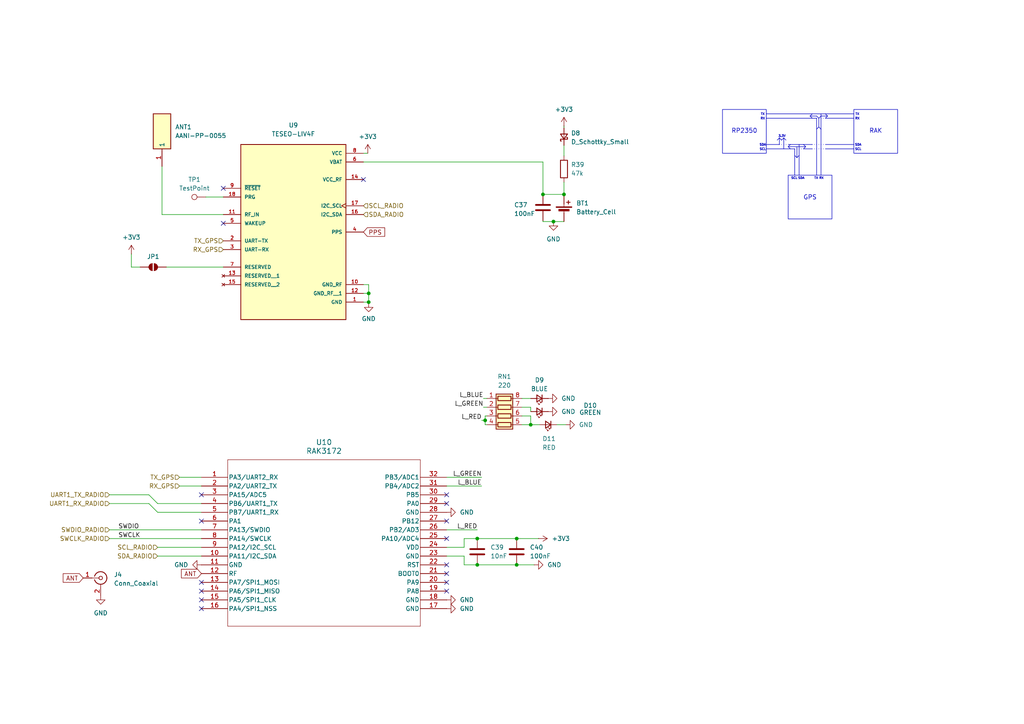
<source format=kicad_sch>
(kicad_sch (version 20250114) (generator "eeschema") (generator_version "9.0")
  (paper "A4")
  (lib_symbols
    (symbol "AANI-PP-0055:AANI-PP-0055"
      (property "Reference" "ANT" (at 16.51 7.62 0))
      (property "Value" "AANI-PP-0055" (at 16.51 5.08 0))
      (symbol "AANI-PP-0055_1_1"
        (rectangle (start 5.08 2.54) (end 15.24 -2.54) (stroke (width 0.254)) (fill (type background)))
        (pin passive line (at 0 0 0) (length 5.08) (name "1") (number "1"))
      )
    )
    (symbol "Connector:Conn_Coaxial" (pin_names (offset 1.016) (hide yes))
      (property "Reference" "J" (at 0.254 3.048 0))
      (property "Value" "Conn_Coaxial" (at 2.921 0 90))
      (symbol "Conn_Coaxial_0_1"
        (polyline (pts (xy -2.54 0) (xy -0.508 0)))
        (arc (start 1.778 0) (mid 0.222 -1.8079) (end -1.778 -0.508) (stroke (width 0.254)))
        (arc (start -1.778 0.508) (mid 0.2221 1.8084) (end 1.778 0) (stroke (width 0.254)))
        (circle (center 0 0) (radius 0.508) (stroke (width 0.2032)))
        (polyline (pts (xy 0 -2.54) (xy 0 -1.778)))
      )
      (symbol "Conn_Coaxial_1_1"
        (pin passive line (at -5.08 0 0) (length 2.54) (name "In") (number "1"))
        (pin passive line (at 0 -5.08 90) (length 2.54) (name "Ext") (number "2"))
      )
    )
    (symbol "Connector:TestPoint" (pin_numbers (hide yes)) (pin_names (offset 0.762) (hide yes))
      (property "Reference" "TP" (at 0 6.858 0))
      (property "Value" "TestPoint" (at 0 5.08 0))
      (symbol "TestPoint_0_1"
        (circle (center 0 3.302) (radius 0.762))
      )
      (symbol "TestPoint_1_1"
        (pin passive line (at 0 0 90) (length 2.54) (name "1") (number "1"))
      )
    )
    (symbol "Device:Battery_Cell" (pin_numbers (hide yes)) (pin_names (offset 0) (hide yes))
      (property "Reference" "BT" (at 2.54 2.54 0))
      (property "Value" "Battery_Cell" (at 2.54 0 0))
      (symbol "Battery_Cell_0_1"
        (rectangle (start -2.286 1.778) (end 2.286 1.524) (fill (type outline)))
        (rectangle (start -1.524 1.016) (end 1.524 0.508) (fill (type outline)))
        (polyline (pts (xy 0 1.778) (xy 0 2.54)))
        (polyline (pts (xy 0 0.762) (xy 0 0)))
        (polyline (pts (xy 0.762 3.048) (xy 1.778 3.048)) (stroke (width 0.254)))
        (polyline (pts (xy 1.27 3.556) (xy 1.27 2.54)) (stroke (width 0.254)))
      )
      (symbol "Battery_Cell_1_1"
        (pin passive line (at 0 5.08 270) (length 2.54) (name "+") (number "1"))
        (pin passive line (at 0 -2.54 90) (length 2.54) (name "-") (number "2"))
      )
    )
    (symbol "Device:C" (pin_numbers (hide yes)) (pin_names (offset 0.254))
      (property "Reference" "C" (at 0.635 2.54 0))
      (property "Value" "C" (at 0.635 -2.54 0))
      (symbol "C_0_1"
        (polyline (pts (xy -2.032 0.762) (xy 2.032 0.762)) (stroke (width 0.508)))
        (polyline (pts (xy -2.032 -0.762) (xy 2.032 -0.762)) (stroke (width 0.508)))
      )
      (symbol "C_1_1"
        (pin passive line (at 0 3.81 270) (length 2.794) (name "~") (number "1"))
        (pin passive line (at 0 -3.81 90) (length 2.794) (name "~") (number "2"))
      )
    )
    (symbol "Device:D_Schottky_Small" (pin_numbers (hide yes)) (pin_names (offset 0.254) (hide yes))
      (property "Reference" "D" (at -1.27 2.032 0))
      (property "Value" "D_Schottky_Small" (at -7.112 -2.032 0))
      (symbol "D_Schottky_Small_0_1"
        (polyline (pts (xy -1.27 0.762) (xy -1.27 1.016) (xy -0.762 1.016) (xy -0.762 -1.016) (xy -0.254 -1.016) (xy -0.254 -0.762)) (stroke (width 0.254)))
        (polyline (pts (xy -0.762 0) (xy 0.762 0)))
        (polyline (pts (xy 0.762 -1.016) (xy -0.762 0) (xy 0.762 1.016) (xy 0.762 -1.016)) (stroke (width 0.254)))
      )
      (symbol "D_Schottky_Small_1_1"
        (pin passive line (at -2.54 0 0) (length 1.778) (name "K") (number "1"))
        (pin passive line (at 2.54 0 180) (length 1.778) (name "A") (number "2"))
      )
    )
    (symbol "Device:LED_Small" (pin_numbers (hide yes)) (pin_names (offset 0.254) (hide yes))
      (property "Reference" "D" (at -1.27 3.175 0))
      (property "Value" "LED_Small" (at -4.445 -2.54 0))
      (symbol "LED_Small_0_1"
        (polyline (pts (xy -0.762 -1.016) (xy -0.762 1.016)) (stroke (width 0.254)))
        (polyline (pts (xy 0 0.762) (xy -0.508 1.27) (xy -0.254 1.27) (xy -0.508 1.27) (xy -0.508 1.016)))
        (polyline (pts (xy 0.508 1.27) (xy 0 1.778) (xy 0.254 1.778) (xy 0 1.778) (xy 0 1.524)))
        (polyline (pts (xy 0.762 -1.016) (xy -0.762 0) (xy 0.762 1.016) (xy 0.762 -1.016)) (stroke (width 0.254)))
        (polyline (pts (xy 1.016 0) (xy -0.762 0)))
      )
      (symbol "LED_Small_1_1"
        (pin passive line (at -2.54 0 0) (length 1.778) (name "K") (number "1"))
        (pin passive line (at 2.54 0 180) (length 1.778) (name "A") (number "2"))
      )
    )
    (symbol "Device:R" (pin_numbers (hide yes)) (pin_names (offset 0))
      (property "Reference" "R" (at 2.032 0 90))
      (property "Value" "R" (at 0 0 90))
      (symbol "R_0_1"
        (rectangle (start -1.016 -2.54) (end 1.016 2.54) (stroke (width 0.254)))
      )
      (symbol "R_1_1"
        (pin passive line (at 0 3.81 270) (length 1.27) (name "~") (number "1"))
        (pin passive line (at 0 -3.81 90) (length 1.27) (name "~") (number "2"))
      )
    )
    (symbol "Device:R_Pack04" (pin_names (offset 0) (hide yes))
      (property "Reference" "RN" (at -7.62 0 90))
      (property "Value" "R_Pack04" (at 5.08 0 90))
      (symbol "R_Pack04_0_1"
        (rectangle (start -6.35 -2.413) (end 3.81 2.413) (stroke (width 0.254)) (fill (type background)))
        (rectangle (start -5.715 1.905) (end -4.445 -1.905) (stroke (width 0.254)))
        (polyline (pts (xy -5.08 1.905) (xy -5.08 2.54)))
        (polyline (pts (xy -5.08 -2.54) (xy -5.08 -1.905)))
        (rectangle (start -3.175 1.905) (end -1.905 -1.905) (stroke (width 0.254)))
        (polyline (pts (xy -2.54 1.905) (xy -2.54 2.54)))
        (polyline (pts (xy -2.54 -2.54) (xy -2.54 -1.905)))
        (rectangle (start -0.635 1.905) (end 0.635 -1.905) (stroke (width 0.254)))
        (polyline (pts (xy 0 1.905) (xy 0 2.54)))
        (polyline (pts (xy 0 -2.54) (xy 0 -1.905)))
        (rectangle (start 1.905 1.905) (end 3.175 -1.905) (stroke (width 0.254)))
        (polyline (pts (xy 2.54 1.905) (xy 2.54 2.54)))
        (polyline (pts (xy 2.54 -2.54) (xy 2.54 -1.905)))
      )
      (symbol "R_Pack04_1_1"
        (pin passive line (at -5.08 5.08 270) (length 2.54) (name "R1.2") (number "8"))
        (pin passive line (at -5.08 -5.08 90) (length 2.54) (name "R1.1") (number "1"))
        (pin passive line (at -2.54 5.08 270) (length 2.54) (name "R2.2") (number "7"))
        (pin passive line (at -2.54 -5.08 90) (length 2.54) (name "R2.1") (number "2"))
        (pin passive line (at 0 5.08 270) (length 2.54) (name "R3.2") (number "6"))
        (pin passive line (at 0 -5.08 90) (length 2.54) (name "R3.1") (number "3"))
        (pin passive line (at 2.54 5.08 270) (length 2.54) (name "R4.2") (number "5"))
        (pin passive line (at 2.54 -5.08 90) (length 2.54) (name "R4.1") (number "4"))
      )
    )
    (symbol "Jumper:SolderJumper_2_Open" (pin_numbers (hide yes)) (pin_names (offset 0) (hide yes)) (in_bom no)
      (property "Reference" "JP" (at 0 2.032 0))
      (property "Value" "SolderJumper_2_Open" (at 0 -2.54 0))
      (symbol "SolderJumper_2_Open_0_1"
        (polyline (pts (xy -0.254 1.016) (xy -0.254 -1.016)))
        (arc (start -0.254 -1.016) (mid -1.2656 0) (end -0.254 1.016))
        (arc (start -0.254 -1.016) (mid -1.2656 0) (end -0.254 1.016) (fill (type outline)))
        (arc (start 0.254 1.016) (mid 1.2656 0) (end 0.254 -1.016))
        (arc (start 0.254 1.016) (mid 1.2656 0) (end 0.254 -1.016) (fill (type outline)))
        (polyline (pts (xy 0.254 1.016) (xy 0.254 -1.016)))
      )
      (symbol "SolderJumper_2_Open_1_1"
        (pin passive line (at -3.81 0 0) (length 2.54) (name "A") (number "1"))
        (pin passive line (at 3.81 0 180) (length 2.54) (name "B") (number "2"))
      )
    )
    (symbol "TESEO-LIV4F:TESEO-LIV4F" (pin_names (offset 1.016))
      (property "Reference" "U" (at -15.24 22.86 0))
      (property "Value" "TESEO-LIV4F" (at -15.24 -30.48 0))
      (symbol "TESEO-LIV4F_0_0"
        (rectangle (start -15.24 -27.94) (end 15.24 22.86) (stroke (width 0.254)) (fill (type background)))
        (pin input line (at -20.32 10.16 0) (length 5.08) (name "~{RESET}") (number "9"))
        (pin input line (at -20.32 7.62 0) (length 5.08) (name "PRG") (number "18"))
        (pin input line (at -20.32 2.54 0) (length 5.08) (name "RF_IN") (number "11"))
        (pin input line (at -20.32 0 0) (length 5.08) (name "WAKEUP") (number "5"))
        (pin output line (at -20.32 -5.08 0) (length 5.08) (name "UART-TX") (number "2"))
        (pin input line (at -20.32 -7.62 0) (length 5.08) (name "UART-RX") (number "3"))
        (pin no_connect line (at -20.32 -15.24 0) (length 5.08) (name "RESERVED__1") (number "13"))
        (pin no_connect line (at -20.32 -17.78 0) (length 5.08) (name "RESERVED__2") (number "15"))
        (pin power_in line (at 20.32 20.32 180) (length 5.08) (name "VCC") (number "8"))
        (pin power_in line (at 20.32 17.78 180) (length 5.08) (name "VBAT") (number "6"))
        (pin power_in line (at 20.32 12.7 180) (length 5.08) (name "VCC_RF") (number "14"))
        (pin bidirectional clock (at 20.32 5.08 180) (length 5.08) (name "I2C_SCL") (number "17"))
        (pin bidirectional line (at 20.32 2.54 180) (length 5.08) (name "I2C_SDA") (number "16"))
        (pin output line (at 20.32 -2.54 180) (length 5.08) (name "PPS") (number "4"))
        (pin power_in line (at 20.32 -17.78 180) (length 5.08) (name "GND_RF") (number "10"))
        (pin power_in line (at 20.32 -20.32 180) (length 5.08) (name "GND_RF__1") (number "12"))
        (pin power_in line (at 20.32 -22.86 180) (length 5.08) (name "GND") (number "1"))
      )
      (symbol "TESEO-LIV4F_1_0"
        (pin input line (at -20.32 -12.7 0) (length 5.08) (name "RESERVED") (number "7"))
      )
    )
    (symbol "power:+3V3" (power) (pin_numbers (hide yes)) (pin_names (offset 0) (hide yes))
      (property "Value" "+3V3" (at 0 3.556 0))
      (symbol "+3V3_0_1"
        (polyline (pts (xy -0.762 1.27) (xy 0 2.54)))
        (polyline (pts (xy 0 2.54) (xy 0.762 1.27)))
        (polyline (pts (xy 0 0) (xy 0 2.54)))
      )
      (symbol "+3V3_1_1"
        (pin power_in line (at 0 0 90) (length 0) (name "~") (number "1"))
      )
    )
    (symbol "power:GND" (power) (pin_numbers (hide yes)) (pin_names (offset 0) (hide yes))
      (property "Value" "GND" (at 0 -3.81 0))
      (symbol "GND_0_1"
        (polyline (pts (xy 0 0) (xy 0 -1.27) (xy 1.27 -1.27) (xy 0 -2.54) (xy -1.27 -1.27) (xy 0 -1.27)))
      )
      (symbol "GND_1_1"
        (pin power_in line (at 0 0 270) (length 0) (name "~") (number "1"))
      )
    )
    (symbol "ul_RAK3172:RAK3172" (pin_names (offset 0.254))
      (property "Reference" "U" (at 35.56 10.16 0))
      (property "Value" "RAK3172" (at 35.56 7.62 0))
      (symbol "RAK3172_0_1"
        (polyline (pts (xy 7.62 5.08) (xy 7.62 -43.18)) (stroke (width 0.127)))
        (polyline (pts (xy 7.62 -43.18) (xy 63.5 -43.18)) (stroke (width 0.127)))
        (polyline (pts (xy 63.5 5.08) (xy 7.62 5.08)) (stroke (width 0.127)))
        (polyline (pts (xy 63.5 -43.18) (xy 63.5 5.08)) (stroke (width 0.127)))
        (pin bidirectional line (at 0 0 0) (length 7.62) (name "PA3/UART2_RX") (number "1"))
        (pin bidirectional line (at 0 -2.54 0) (length 7.62) (name "PA2/UART2_TX") (number "2"))
        (pin bidirectional line (at 0 -5.08 0) (length 7.62) (name "PA15/ADC5") (number "3"))
        (pin bidirectional line (at 0 -7.62 0) (length 7.62) (name "PB6/UART1_TX") (number "4"))
        (pin bidirectional line (at 0 -10.16 0) (length 7.62) (name "PB7/UART1_RX") (number "5"))
        (pin bidirectional line (at 0 -12.7 0) (length 7.62) (name "PA1") (number "6"))
        (pin bidirectional line (at 0 -15.24 0) (length 7.62) (name "PA13/SWDIO") (number "7"))
        (pin bidirectional line (at 0 -17.78 0) (length 7.62) (name "PA14/SWCLK") (number "8"))
        (pin bidirectional line (at 0 -20.32 0) (length 7.62) (name "PA12/I2C_SCL") (number "9"))
        (pin bidirectional line (at 0 -22.86 0) (length 7.62) (name "PA11/I2C_SDA") (number "10"))
        (pin power_out line (at 0 -25.4 0) (length 7.62) (name "GND") (number "11"))
        (pin unspecified line (at 0 -27.94 0) (length 7.62) (name "RF") (number "12"))
        (pin bidirectional line (at 0 -30.48 0) (length 7.62) (name "PA7/SPI1_MOSI") (number "13"))
        (pin bidirectional line (at 0 -33.02 0) (length 7.62) (name "PA6/SPI1_MISO") (number "14"))
        (pin bidirectional line (at 0 -35.56 0) (length 7.62) (name "PA5/SPI1_CLK") (number "15"))
        (pin bidirectional line (at 0 -38.1 0) (length 7.62) (name "PA4/SPI1_NSS") (number "16"))
        (pin bidirectional line (at 71.12 0 180) (length 7.62) (name "PB3/ADC1") (number "32"))
        (pin bidirectional line (at 71.12 -2.54 180) (length 7.62) (name "PB4/ADC2") (number "31"))
        (pin bidirectional line (at 71.12 -5.08 180) (length 7.62) (name "PB5") (number "30"))
        (pin bidirectional line (at 71.12 -7.62 180) (length 7.62) (name "PA0") (number "29"))
        (pin power_out line (at 71.12 -10.16 180) (length 7.62) (name "GND") (number "28"))
        (pin bidirectional line (at 71.12 -12.7 180) (length 7.62) (name "PB12") (number "27"))
        (pin bidirectional line (at 71.12 -15.24 180) (length 7.62) (name "PB2/AD3") (number "26"))
        (pin bidirectional line (at 71.12 -17.78 180) (length 7.62) (name "PA10/ADC4") (number "25"))
        (pin power_in line (at 71.12 -20.32 180) (length 7.62) (name "VDD") (number "24"))
        (pin power_out line (at 71.12 -22.86 180) (length 7.62) (name "GND") (number "23"))
        (pin unspecified line (at 71.12 -25.4 180) (length 7.62) (name "RST") (number "22"))
        (pin unspecified line (at 71.12 -27.94 180) (length 7.62) (name "BOOT0") (number "21"))
        (pin bidirectional line (at 71.12 -30.48 180) (length 7.62) (name "PA9") (number "20"))
        (pin bidirectional line (at 71.12 -33.02 180) (length 7.62) (name "PA8") (number "19"))
        (pin power_out line (at 71.12 -35.56 180) (length 7.62) (name "GND") (number "18"))
        (pin power_out line (at 71.12 -38.1 180) (length 7.62) (name "GND") (number "17"))
      )
    )
  )
  (rectangle (start 209.55 31.75) (end 222.25 44.45))
  (rectangle (start 247.65 31.75) (end 260.35 44.45))
  (rectangle (start 228.6 50.8) (end 241.3 63.5))
  (text "TX" (at 221.234 33.274 0) (effects (font (size 0.635 0.635))))
  (text "TX" (at 248.666 33.274 0) (effects (font (size 0.635 0.635))))
  (text "GPS" (at 234.95 57.404 0) (effects (font (size 1.27 1.27))))
  (text "SDA" (at 221.234 42.164 0) (effects (font (size 0.635 0.635))))
  (text "3.3V" (at 226.822 39.624 0) (effects (font (size 0.635 0.635))))
  (text "SDA" (at 232.41 51.816 0) (effects (font (size 0.635 0.635))))
  (text "RX" (at 238.252 51.816 0) (effects (font (size 0.635 0.635))))
  (text "SCL" (at 248.92 43.434 0) (effects (font (size 0.635 0.635))))
  (text "RX" (at 248.666 34.544 0) (effects (font (size 0.635 0.635))))
  (text "RAK" (at 254 38.1 0) (effects (font (size 1.27 1.27))))
  (text "SDA" (at 248.92 42.164 0) (effects (font (size 0.635 0.635))))
  (text "TX" (at 236.728 51.816 0) (effects (font (size 0.635 0.635))))
  (text "RX" (at 221.234 34.544 0) (effects (font (size 0.635 0.635))))
  (text "SCL" (at 230.378 51.816 0) (effects (font (size 0.635 0.635))))
  (text "RP2350" (at 215.9 38.1 0) (effects (font (size 1.27 1.27))))
  (text "SCL" (at 221.234 43.434 0) (effects (font (size 0.635 0.635))))
  (junction (at 153.924 123.19))
  (junction (at 138.43 163.83))
  (junction (at 149.86 163.83))
  (junction (at 138.43 156.21))
  (junction (at 140.716 121.92))
  (junction (at 106.934 87.63))
  (junction (at 149.86 156.21))
  (junction (at 157.48 56.388))
  (junction (at 106.934 85.09))
  (junction (at 163.576 56.388))
  (junction (at 160.528 64.262))
  (no_connect (at 129.54 168.91))
  (no_connect (at 58.42 176.53))
  (no_connect (at 129.54 156.21))
  (no_connect (at 64.77 54.61))
  (no_connect (at 129.54 171.45))
  (no_connect (at 129.54 151.13))
  (no_connect (at 129.54 143.51))
  (no_connect (at 58.42 173.99))
  (no_connect (at 129.54 163.83))
  (no_connect (at 58.42 171.45))
  (no_connect (at 58.42 151.13))
  (no_connect (at 129.54 166.37))
  (no_connect (at 64.77 64.77))
  (no_connect (at 105.41 52.07))
  (no_connect (at 58.42 143.51))
  (no_connect (at 129.54 146.05))
  (no_connect (at 58.42 168.91))
  (polyline (pts (xy 226.06 41.91) (xy 228.6 41.91)) (stroke (width 0) (type dot)))
  (polyline (pts (xy 227.965 40.64) (xy 227.33 40.005)))
  (polyline (pts (xy 239.395 34.29) (xy 240.03 33.655)) (stroke (width 0) (type solid) (color 0 0 194 1)))
  (polyline (pts (xy 233.045 43.18) (xy 233.68 42.545)) (stroke (width 0) (type solid) (color 0 0 194 1)))
  (wire (pts (xy 157.48 56.388) (xy 163.576 56.388)))
  (polyline (pts (xy 235.585 43.18) (xy 239.395 43.18)) (stroke (width 0) (type dot)))
  (wire (pts (xy 151.384 118.11) (xy 153.924 118.11)))
  (wire (pts (xy 45.72 158.75) (xy 58.42 158.75)))
  (polyline (pts (xy 239.395 41.91) (xy 247.65 41.91)))
  (polyline (pts (xy 230.505 43.18) (xy 230.505 50.8)))
  (wire (pts (xy 46.99 62.23) (xy 64.77 62.23)))
  (wire (pts (xy 106.934 87.884) (xy 106.934 87.63)))
  (polyline (pts (xy 228.6 41.91) (xy 235.585 41.91)))
  (wire (pts (xy 156.21 156.21) (xy 149.86 156.21)))
  (wire (pts (xy 45.72 148.59) (xy 58.42 148.59)))
  (polyline (pts (xy 222.25 33.02) (xy 247.65 33.02)))
  (wire (pts (xy 45.72 146.05) (xy 58.42 146.05)))
  (wire (pts (xy 157.48 64.008) (xy 157.48 64.262)))
  (wire (pts (xy 157.48 64.262) (xy 160.528 64.262)))
  (wire (pts (xy 46.99 48.26) (xy 46.99 62.23)))
  (polyline (pts (xy 237.49 34.29) (xy 236.855 33.655)) (stroke (width 0) (type solid) (color 0 0 194 1)))
  (wire (pts (xy 153.924 120.65) (xy 153.924 123.19)))
  (wire (pts (xy 134.62 158.75) (xy 129.54 158.75)))
  (wire (pts (xy 139.7 138.43) (xy 129.54 138.43)))
  (wire (pts (xy 59.69 57.15) (xy 64.77 57.15)))
  (wire (pts (xy 105.41 44.45) (xy 106.68 44.45)))
  (polyline (pts (xy 239.395 33.02) (xy 240.03 33.655)) (stroke (width 0) (type solid) (color 0 0 194 1)))
  (wire (pts (xy 140.716 120.65) (xy 140.716 121.92)))
  (wire (pts (xy 43.18 146.05) (xy 45.72 148.59)))
  (wire (pts (xy 138.43 153.67) (xy 129.54 153.67)))
  (wire (pts (xy 138.43 163.83) (xy 149.86 163.83)))
  (wire (pts (xy 31.75 153.67) (xy 58.42 153.67)))
  (wire (pts (xy 106.934 82.55) (xy 106.934 85.09)))
  (wire (pts (xy 140.208 118.11) (xy 141.224 118.11)))
  (polyline (pts (xy 231.14 42.545) (xy 231.14 45.72)) (stroke (width 0) (type solid) (color 0 0 194 1)))
  (wire (pts (xy 31.75 146.05) (xy 43.18 146.05)))
  (wire (pts (xy 164.084 123.19) (xy 161.544 123.19)))
  (polyline (pts (xy 230.505 45.085) (xy 231.14 45.72)) (stroke (width 0) (type solid) (color 0 0 194 1)))
  (polyline (pts (xy 226.695 40.64) (xy 226.06 40.005)))
  (wire (pts (xy 163.576 56.388) (xy 163.576 56.642)))
  (polyline (pts (xy 233.045 41.91) (xy 233.68 42.545)) (stroke (width 0) (type solid) (color 0 0 194 1)))
  (wire (pts (xy 157.48 46.99) (xy 157.48 56.388)))
  (wire (pts (xy 163.576 52.832) (xy 163.576 56.388)))
  (wire (pts (xy 156.464 123.19) (xy 153.924 123.19)))
  (wire (pts (xy 106.934 87.63) (xy 105.41 87.63)))
  (wire (pts (xy 140.716 121.92) (xy 140.716 123.19)))
  (wire (pts (xy 157.48 56.642) (xy 157.48 56.388)))
  (wire (pts (xy 139.7 121.92) (xy 140.716 121.92)))
  (polyline (pts (xy 222.25 43.18) (xy 230.505 43.18)))
  (wire (pts (xy 105.41 82.55) (xy 106.934 82.55)))
  (polyline (pts (xy 231.775 41.91) (xy 231.775 50.8)))
  (polyline (pts (xy 234.95 33.655) (xy 235.585 34.29)) (stroke (width 0) (type solid) (color 0 0 194 1)))
  (polyline (pts (xy 233.045 43.18) (xy 235.585 43.18)))
  (wire (pts (xy 151.384 120.65) (xy 153.924 120.65)))
  (wire (pts (xy 38.1 73.66) (xy 38.1 77.47)))
  (wire (pts (xy 134.62 161.29) (xy 129.54 161.29)))
  (polyline (pts (xy 228.6 42.545) (xy 229.235 43.18)) (stroke (width 0) (type solid) (color 0 0 194 1)))
  (polyline (pts (xy 231.14 45.72) (xy 231.775 45.085)) (stroke (width 0) (type solid) (color 0 0 194 1)))
  (polyline (pts (xy 226.695 40.64) (xy 227.33 40.005)))
  (wire (pts (xy 43.18 143.51) (xy 45.72 146.05)))
  (polyline (pts (xy 238.125 33.02) (xy 238.125 50.8)))
  (wire (pts (xy 31.75 143.51) (xy 43.18 143.51)))
  (polyline (pts (xy 237.49 36.83) (xy 238.125 37.465)) (stroke (width 0) (type solid) (color 0 0 194 1)))
  (wire (pts (xy 45.72 161.29) (xy 58.42 161.29)))
  (wire (pts (xy 138.43 156.21) (xy 134.62 156.21)))
  (wire (pts (xy 52.07 138.43) (xy 58.42 138.43)))
  (polyline (pts (xy 225.425 40.64) (xy 226.06 40.005)))
  (wire (pts (xy 149.86 163.83) (xy 154.94 163.83)))
  (polyline (pts (xy 226.06 40.005) (xy 226.06 41.91)))
  (wire (pts (xy 140.716 123.19) (xy 141.224 123.19)))
  (polyline (pts (xy 237.49 34.29) (xy 237.49 36.83)) (stroke (width 0) (type solid) (color 0 0 194 1)))
  (polyline (pts (xy 238.125 33.655) (xy 240.03 33.655)) (stroke (width 0) (type solid) (color 0 0 194 1)))
  (wire (pts (xy 151.384 115.57) (xy 153.924 115.57)))
  (wire (pts (xy 163.576 42.164) (xy 163.576 45.212)))
  (polyline (pts (xy 227.33 40.005) (xy 227.33 43.18)))
  (polyline (pts (xy 237.49 34.29) (xy 238.125 33.655)) (stroke (width 0) (type solid) (color 0 0 194 1)))
  (wire (pts (xy 105.41 85.09) (xy 106.934 85.09)))
  (polyline (pts (xy 234.95 33.655) (xy 235.585 33.02)) (stroke (width 0) (type solid) (color 0 0 194 1)))
  (polyline (pts (xy 239.395 43.18) (xy 247.65 43.18)))
  (wire (pts (xy 52.07 140.97) (xy 58.42 140.97)))
  (wire (pts (xy 138.43 156.21) (xy 149.86 156.21)))
  (polyline (pts (xy 230.505 43.18) (xy 233.045 43.18)) (stroke (width 0) (type dot)))
  (polyline (pts (xy 236.855 34.29) (xy 239.395 34.29)) (stroke (width 0) (type dot)))
  (polyline (pts (xy 237.49 36.83) (xy 236.855 37.465)) (stroke (width 0) (type solid) (color 0 0 194 1)))
  (wire (pts (xy 151.384 123.19) (xy 153.924 123.19)))
  (polyline (pts (xy 222.25 41.91) (xy 226.06 41.91)))
  (wire (pts (xy 163.576 36.576) (xy 163.576 37.084)))
  (polyline (pts (xy 228.6 42.545) (xy 229.235 41.91)) (stroke (width 0) (type solid) (color 0 0 194 1)))
  (polyline (pts (xy 236.855 34.29) (xy 236.855 50.8)))
  (polyline (pts (xy 235.585 41.91) (xy 239.395 41.91)) (stroke (width 0) (type dot)))
  (polyline (pts (xy 228.6 42.545) (xy 233.68 42.545)) (stroke (width 0) (type solid) (color 0 0 194 1)))
  (wire (pts (xy 106.934 85.09) (xy 106.934 87.63)))
  (wire (pts (xy 141.224 120.65) (xy 140.716 120.65)))
  (wire (pts (xy 139.7 140.97) (xy 129.54 140.97)))
  (polyline (pts (xy 222.25 34.29) (xy 236.855 34.29)))
  (wire (pts (xy 105.41 46.99) (xy 157.48 46.99)))
  (wire (pts (xy 48.26 77.47) (xy 64.77 77.47)))
  (wire (pts (xy 140.208 115.57) (xy 141.224 115.57)))
  (polyline (pts (xy 234.95 33.655) (xy 236.855 33.655)) (stroke (width 0) (type solid) (color 0 0 194 1)))
  (polyline (pts (xy 239.395 34.29) (xy 247.65 34.29)))
  (wire (pts (xy 134.62 156.21) (xy 134.62 158.75)))
  (wire (pts (xy 31.75 156.21) (xy 58.42 156.21)))
  (wire (pts (xy 160.528 64.262) (xy 163.576 64.262)))
  (wire (pts (xy 134.62 161.29) (xy 134.62 163.83)))
  (wire (pts (xy 38.1 77.47) (xy 40.64 77.47)))
  (wire (pts (xy 134.62 163.83) (xy 138.43 163.83)))
  (wire (pts (xy 153.924 118.11) (xy 153.924 119.38)))
  (label "L_RED" (at 138.43 153.67 180))
  (label "L_BLUE" (at 139.7 140.97 180))
  (label "L_GREEN" (at 139.7 138.43 180))
  (label "L_RED" (at 139.7 121.92 180))
  (label "SWDIO" (at 34.29 153.67 0))
  (label "L_BLUE" (at 140.208 115.57 180))
  (label "L_GREEN" (at 140.208 118.11 180))
  (label "SWCLK" (at 34.29 156.21 0))
  (global_label "ANT" (shape input) (at 24.13 167.64 180) (property "Intersheetrefs" "${INTERSHEET_REFS}" (effects (hide yes))))
  (global_label "ANT" (shape input) (at 58.42 166.37 180) (property "Intersheetrefs" "${INTERSHEET_REFS}" (effects (hide yes))))
  (global_label "PPS" (shape input) (at 105.41 67.31 0) (property "Intersheetrefs" "${INTERSHEET_REFS}" (effects (hide yes))))
  (hierarchical_label "TX_GPS" (shape input) (at 64.77 69.85 180))
  (hierarchical_label "SDA_RADIO" (shape input) (at 45.72 161.29 180))
  (hierarchical_label "SWCLK_RADIO" (shape input) (at 31.75 156.21 180))
  (hierarchical_label "SWDIO_RADIO" (shape input) (at 31.75 153.67 180))
  (hierarchical_label "SCL_RADIO" (shape input) (at 45.72 158.75 180))
  (hierarchical_label "RX_GPS" (shape input) (at 64.77 72.39 180))
  (hierarchical_label "UART1_TX_RADIO" (shape input) (at 31.75 143.51 180))
  (hierarchical_label "SDA_RADIO" (shape input) (at 105.41 62.23 0))
  (hierarchical_label "UART1_RX_RADIO" (shape input) (at 31.75 146.05 180))
  (hierarchical_label "SCL_RADIO" (shape input) (at 105.41 59.69 0))
  (hierarchical_label "RX_GPS" (shape input) (at 52.07 140.97 180))
  (hierarchical_label "TX_GPS" (shape input) (at 52.07 138.43 180))
  (symbol (lib_id "Connector:TestPoint") (at 59.69 57.15 90) (unit 1)
    (property "Reference" "TP1" (at 56.388 52.07 90))
    (property "Value" "TestPoint" (at 56.388 54.61 90))
    (property "Footprint" "TestPoint:TestPoint_Pad_D1.0mm" (effects (hide yes)))
    (property "Description" "test point" (effects (hide yes)))
  )
  (symbol (lib_id "power:GND") (at 159.004 119.38 90) (unit 1)
    (property "Reference" "#PWR066" (effects (hide yes)))
    (property "Value" "GND" (at 162.814 119.3799 90) (effects (justify right)))
    (property "Description" "Power symbol creates a global label with name \"GND\" , ground" (effects (hide yes)))
  )
  (symbol (lib_id "power:GND") (at 154.94 163.83 90) (unit 1)
    (property "Reference" "#PWR0122" (effects (hide yes)))
    (property "Value" "GND" (at 158.75 163.8299 90) (effects (justify right)))
    (property "Description" "Power symbol creates a global label with name \"GND\" , ground" (effects (hide yes)))
  )
  (symbol (lib_id "ul_RAK3172:RAK3172") (at 58.42 138.43 0) (unit 1)
    (property "Reference" "U10" (at 93.98 128.27 0) (effects (font (size 1.524 1.524))))
    (property "Value" "RAK3172" (at 93.98 130.81 0) (effects (font (size 1.524 1.524))))
    (property "Footprint" "ul_RAK3172:RAK3172_RAK" (effects (hide yes)))
    (property "Datasheet" "RAK3172" (effects (hide yes)))
  )
  (symbol (lib_id "power:GND") (at 160.528 64.262 0) (unit 1)
    (property "Reference" "#PWR0104" (effects (hide yes)))
    (property "Value" "GND" (at 160.528 69.342 0))
    (property "Description" "Power symbol creates a global label with name \"GND\" , ground" (effects (hide yes)))
  )
  (symbol (lib_id "Connector:Conn_Coaxial") (at 29.21 167.64 0) (unit 1)
    (property "Reference" "J4" (at 33.02 166.6631 0) (effects (justify left)))
    (property "Value" "Conn_Coaxial" (at 33.02 169.2031 0) (effects (justify left)))
    (property "Footprint" "sma_connector:SMA_EDGE__UFL" (effects (hide yes)))
    (property "Description" "coaxial connector (BNC, SMA, SMB, SMC, Cinch/RCA, LEMO, ...)" (effects (hide yes)))
  )
  (symbol (lib_id "Device:R") (at 163.576 49.022 0) (unit 1)
    (property "Reference" "R39" (at 165.608 47.7519 0) (effects (justify left)))
    (property "Value" "47k" (at 165.608 50.2919 0) (effects (justify left)))
    (property "Footprint" "Resistor_SMD:R_0603_1608Metric_Pad0.98x0.95mm_HandSolder" (effects (hide yes)))
    (property "Description" "Resistor" (effects (hide yes)))
  )
  (symbol (lib_id "power:GND") (at 58.42 163.83 270) (unit 1)
    (property "Reference" "#PWR0120" (effects (hide yes)))
    (property "Value" "GND" (at 54.61 163.8299 90) (effects (justify right)))
    (property "Description" "Power symbol creates a global label with name \"GND\" , ground" (effects (hide yes)))
  )
  (symbol (lib_id "power:GND") (at 129.54 176.53 90) (unit 1)
    (property "Reference" "#PWR0124" (effects (hide yes)))
    (property "Value" "GND" (at 133.35 176.5299 90) (effects (justify right)))
    (property "Description" "Power symbol creates a global label with name \"GND\" , ground" (effects (hide yes)))
  )
  (symbol (lib_id "Device:Battery_Cell") (at 163.576 61.722 0) (unit 1)
    (property "Reference" "BT1" (at 167.132 58.928 0) (effects (justify left)))
    (property "Value" "Battery_Cell" (at 167.132 61.468 0) (effects (justify left)))
    (property "Footprint" "Battery:BatteryHolder_Seiko_MS621F" (effects (hide yes)))
    (property "Description" "Single-cell battery" (effects (hide yes)))
  )
  (symbol (lib_id "Device:D_Schottky_Small") (at 163.576 39.624 90) (unit 1)
    (property "Reference" "D8" (at 165.608 38.6079 90) (effects (justify right)))
    (property "Value" "D_Schottky_Small" (at 165.608 41.1479 90) (effects (justify right)))
    (property "Footprint" "Diode_SMD:D_0603_1608Metric_Pad1.05x0.95mm_HandSolder" (effects (hide yes)))
    (property "Description" "Schottky diode, small symbol" (effects (hide yes)))
  )
  (symbol (lib_id "Device:R_Pack04") (at 146.304 120.65 270) (unit 1)
    (property "Reference" "RN1" (at 146.304 109.22 90))
    (property "Value" "220" (at 146.304 111.76 90))
    (property "Footprint" "Resistor_SMD:R_Array_Convex_4x0603" (effects (hide yes)))
    (property "Datasheet" "4D03WGJ0470T5E" (effects (hide yes)))
    (property "Description" "4 resistor network, parallel topology" (effects (hide yes)))
  )
  (symbol (lib_id "AANI-PP-0055:AANI-PP-0055") (at 46.99 48.26 90) (unit 1)
    (property "Reference" "ANT1" (at 50.8 36.8299 90) (effects (justify right)))
    (property "Value" "AANI-PP-0055" (at 50.8 39.3699 90) (effects (justify right)))
    (property "Footprint" "antenna_GPS:AANIPP0055" (effects (hide yes)))
    (property "Datasheet" "https://abracon.com/datasheets/AANI-PP-0055.pdf" (effects (hide yes)))
    (property "Description" "RF ANTENNA Galileo, GLONASS, GNSS, GPS, QZSS, SBAS Ceramic Patch Solder Through Hole" (effects (hide yes)))
    (property "Height" "5.15" (effects (hide yes)))
    (property "Mouser Part Number" "815-AANI-PP-0055" (effects (hide yes)))
    (property "Mouser Price/Stock" "https://www.mouser.co.uk/ProductDetail/ABRACON/AANI-PP-0055?qs=IKkN%2F947nfAJ5y%2F2thvJ2A%3D%3D" (effects (hide yes)))
    (property "Manufacturer_Name" "ABRACON" (effects (hide yes)))
    (property "Manufacturer_Part_Number" "AANI-PP-0055" (effects (hide yes)))
  )
  (symbol (lib_id "power:+3V3") (at 106.68 44.45 0) (unit 1)
    (property "Reference" "#PWR0112" (effects (hide yes)))
    (property "Value" "+3V3" (at 106.68 39.624 0))
    (property "Description" "Power symbol creates a global label with name \"+3V3\"" (effects (hide yes)))
  )
  (symbol (lib_id "Device:LED_Small") (at 159.004 123.19 180) (unit 1)
    (property "Reference" "D11" (at 159.258 127.254 0))
    (property "Value" "RED" (at 159.258 129.794 0))
    (property "Footprint" "LED_SMD:LED_0603_1608Metric" (effects (hide yes)))
    (property "Description" "Light emitting diode, small symbol" (effects (hide yes)))
    (property "Sim.Pin" "1=K 2=A" (effects (hide yes)))
  )
  (symbol (lib_id "power:GND") (at 29.21 172.72 0) (unit 1)
    (property "Reference" "#PWR0126" (effects (hide yes)))
    (property "Value" "GND" (at 29.21 177.8 0))
    (property "Description" "Power symbol creates a global label with name \"GND\" , ground" (effects (hide yes)))
  )
  (symbol (lib_id "Device:C") (at 157.48 60.198 0) (unit 1)
    (property "Reference" "C37" (at 149.098 59.436 0) (effects (justify left)))
    (property "Value" "100nF" (at 149.098 61.976 0) (effects (justify left)))
    (property "Footprint" "Capacitor_SMD:C_0603_1608Metric_Pad1.08x0.95mm_HandSolder" (effects (hide yes)))
    (property "Description" "Unpolarized capacitor" (effects (hide yes)))
  )
  (symbol (lib_id "Device:LED_Small") (at 156.464 119.38 180) (unit 1)
    (property "Reference" "D10" (at 171.196 117.602 0))
    (property "Value" "GREEN" (at 171.196 119.634 0))
    (property "Footprint" "LED_SMD:LED_0603_1608Metric" (effects (hide yes)))
    (property "Description" "Light emitting diode, small symbol" (effects (hide yes)))
    (property "Sim.Pin" "1=K 2=A" (effects (hide yes)))
  )
  (symbol (lib_id "power:GND") (at 164.084 123.19 90) (unit 1)
    (property "Reference" "#PWR068" (effects (hide yes)))
    (property "Value" "GND" (at 167.894 123.1899 90) (effects (justify right)))
    (property "Description" "Power symbol creates a global label with name \"GND\" , ground" (effects (hide yes)))
  )
  (symbol (lib_id "power:GND") (at 129.54 173.99 90) (unit 1)
    (property "Reference" "#PWR0123" (effects (hide yes)))
    (property "Value" "GND" (at 133.35 173.9899 90) (effects (justify right)))
    (property "Description" "Power symbol creates a global label with name \"GND\" , ground" (effects (hide yes)))
  )
  (symbol (lib_id "Jumper:SolderJumper_2_Open") (at 44.45 77.47 180) (unit 1) (in_bom no)
    (property "Reference" "JP1" (at 44.45 74.422 0))
    (property "Value" "SolderJumper_2_Open" (effects (hide yes)))
    (property "Footprint" "Jumper:SolderJumper-2_P1.3mm_Open_TrianglePad1.0x1.5mm" (effects (hide yes)))
    (property "Description" "Solder Jumper, 2-pole, open" (effects (hide yes)))
  )
  (symbol (lib_id "TESEO-LIV4F:TESEO-LIV4F") (at 85.09 64.77 0) (unit 1)
    (property "Reference" "U9" (at 85.09 36.322 0))
    (property "Value" "TESEO-LIV4F" (at 85.09 38.862 0))
    (property "Footprint" "TESEO-LIV4F:XCVR_TESEO-LIV4F" (effects (hide yes)))
    (property "PARTREV" "4" (effects (hide yes)))
    (property "STANDARD" "Manufacturer Recommendations" (effects (hide yes)))
    (property "MAXIMUM_PACKAGE_HEIGHT" "2.3mm" (effects (hide yes)))
    (property "MANUFACTURER" "ST Microelectronics" (effects (hide yes)))
  )
  (symbol (lib_id "power:+3V3") (at 163.576 36.576 0) (unit 1)
    (property "Reference" "#PWR087" (effects (hide yes)))
    (property "Value" "+3V3" (at 163.576 31.75 0))
    (property "Description" "Power symbol creates a global label with name \"+3V3\"" (effects (hide yes)))
  )
  (symbol (lib_id "Device:C") (at 149.86 160.02 0) (unit 1)
    (property "Reference" "C40" (at 153.67 158.7499 0) (effects (justify left)))
    (property "Value" "100nF" (at 153.67 161.2899 0) (effects (justify left)))
    (property "Footprint" "Capacitor_SMD:C_0603_1608Metric_Pad1.08x0.95mm_HandSolder" (effects (hide yes)))
    (property "Description" "Unpolarized capacitor" (effects (hide yes)))
  )
  (symbol (lib_id "power:GND") (at 129.54 148.59 90) (unit 1)
    (property "Reference" "#PWR0121" (effects (hide yes)))
    (property "Value" "GND" (at 133.35 148.5899 90) (effects (justify right)))
    (property "Description" "Power symbol creates a global label with name \"GND\" , ground" (effects (hide yes)))
  )
  (symbol (lib_id "power:+3V3") (at 38.1 73.66 0) (unit 1)
    (property "Reference" "#PWR0113" (effects (hide yes)))
    (property "Value" "+3V3" (at 38.1 68.834 0))
    (property "Description" "Power symbol creates a global label with name \"+3V3\"" (effects (hide yes)))
  )
  (symbol (lib_id "Device:LED_Small") (at 156.464 115.57 180) (unit 1)
    (property "Reference" "D9" (at 156.464 110.236 0))
    (property "Value" "BLUE" (at 156.464 112.776 0))
    (property "Footprint" "LED_SMD:LED_0603_1608Metric" (effects (hide yes)))
    (property "Description" "Light emitting diode, small symbol" (effects (hide yes)))
    (property "Sim.Pin" "1=K 2=A" (effects (hide yes)))
  )
  (symbol (lib_id "power:+3V3") (at 156.21 156.21 270) (unit 1)
    (property "Reference" "#PWR0125" (effects (hide yes)))
    (property "Value" "+3V3" (at 160.02 156.2099 90) (effects (justify left)))
    (property "Description" "Power symbol creates a global label with name \"+3V3\"" (effects (hide yes)))
  )
  (symbol (lib_id "Device:C") (at 138.43 160.02 0) (unit 1)
    (property "Reference" "C39" (at 142.24 158.7499 0) (effects (justify left)))
    (property "Value" "10nF" (at 142.24 161.2899 0) (effects (justify left)))
    (property "Footprint" "Capacitor_SMD:C_0603_1608Metric_Pad1.08x0.95mm_HandSolder" (effects (hide yes)))
    (property "Description" "Unpolarized capacitor" (effects (hide yes)))
  )
  (symbol (lib_id "power:GND") (at 106.934 87.884 0) (unit 1)
    (property "Reference" "#PWR088" (effects (hide yes)))
    (property "Value" "GND" (at 106.934 92.456 0))
    (property "Description" "Power symbol creates a global label with name \"GND\" , ground" (effects (hide yes)))
  )
  (symbol (lib_id "power:GND") (at 159.004 115.57 90) (unit 1)
    (property "Reference" "#PWR058" (effects (hide yes)))
    (property "Value" "GND" (at 162.814 115.5699 90) (effects (justify right)))
    (property "Description" "Power symbol creates a global label with name \"GND\" , ground" (effects (hide yes)))
  )
)
</source>
